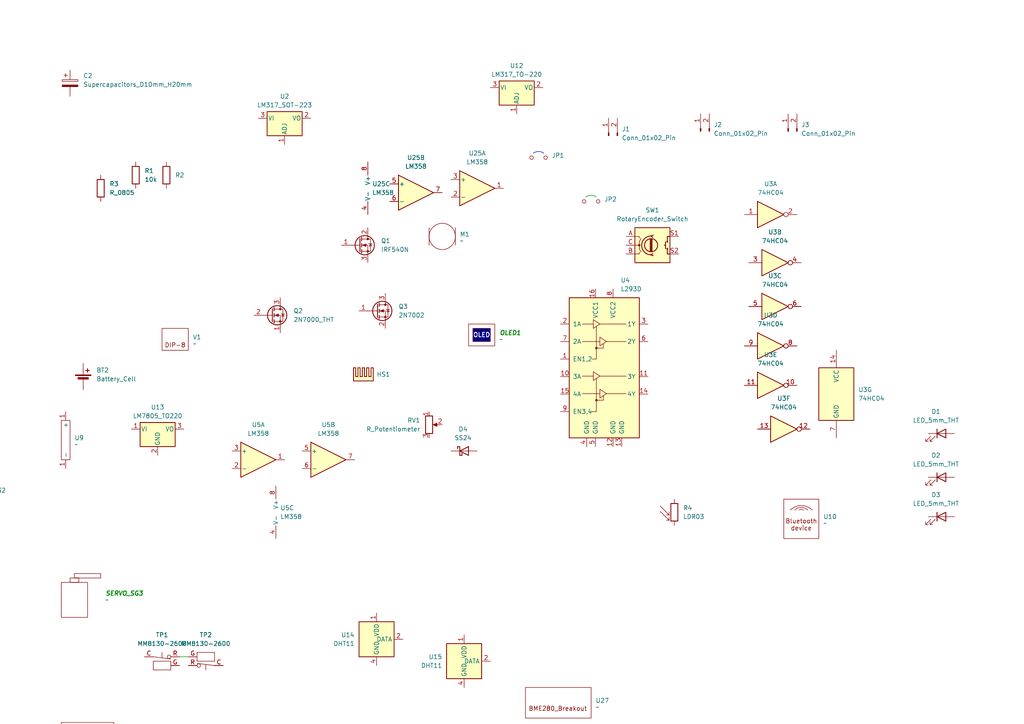
<source format=kicad_sch>
(kicad_sch (version 20231120) (generator "eeschema") (generator_version "8.0")
  (paper "A4")
  (wire (pts (xy 52.07 190.5) (xy 54.61 190.5)))
  (symbol (lib_id "CREPP_Spacers:Spacer_M3_Parametric") (at 243.84 237.49 0) (unit 1)
    (property "Reference" "S4" (at 256.54 237.8737 0) (effects (justify left)))
    (property "Value" "~" (at 256.54 239.7788 0) (effects (justify left)))
    (property "Footprint" "CREPP_Spacers:Spacer_M3_FF_20mm" (effects (hide yes)))
  )
  (symbol (lib_id "Connector:Conn_01x02_Pin") (at 228.6 38.1 90) (unit 1)
    (property "Reference" "J3" (at 232.41 36.1949 90) (effects (justify right)))
    (property "Value" "Conn_01x02_Pin" (at 232.41 38.7349 90) (effects (justify right)))
    (property "Footprint" "Connector_PinHeader_2.54mm:PinHeader_1x02_P2.54mm_Vertical" (effects (hide yes)))
    (property "Description" "Generic connector, single row, 01x02, script generated" (effects (hide yes)))
  )
  (symbol (lib_id "CREPP_Optocoupler:PC817_SMD") (at 116.84 243.84 0) (unit 1)
    (property "Reference" "U6" (at 116.84 234.95 0))
    (property "Value" "PC817_SMD" (at 116.84 237.49 0))
    (property "Footprint" "Package_DIP:SMDIP-4_W9.53mm" (effects (hide yes)))
    (property "Datasheet" "http://www.soselectronic.cz/a_info/resource/d/pc817.pdf" (effects (hide yes)))
    (property "Description" "DC Optocoupler, Vce 35V, CTR 50-300%, SMDIP-4" (effects (hide yes)))
  )
  (symbol (lib_id "CREPP_Diodes_SMT:SS24") (at 134.62 130.81 0) (unit 1)
    (property "Reference" "D4" (at 134.3025 124.46 0))
    (property "Value" "SS24" (at 134.3025 127 0))
    (property "Footprint" "Diode_SMD:D_SMA" (effects (hide yes)))
    (property "Datasheet" "https://www.vishay.com/docs/88748/ss22.pdf" (effects (hide yes)))
    (property "Description" "40V 2A Schottky Diode, SMA" (effects (hide yes)))
  )
  (symbol (lib_id "CREPP_Voltage_regulators_SMT:LM317_SOT-223") (at 82.55 34.29 0) (unit 1)
    (property "Reference" "U2" (at 82.55 27.94 0))
    (property "Value" "LM317_SOT-223" (at 82.55 30.48 0))
    (property "Footprint" "Package_TO_SOT_SMD:SOT-223-3_TabPin2" (effects (hide yes)))
    (property "Datasheet" "http://www.ti.com/lit/ds/symlink/lm317.pdf" (effects (hide yes)))
    (property "Description" "1.5A 35V Adjustable Linear Regulator, SOT-223" (effects (hide yes)))
  )
  (symbol (lib_id "CREPP_Screens:OLED_SSD1306_0.96") (at 139.7 97.79 0) (unit 1)
    (property "Reference" "OLED1" (at 144.78 96.52 0) (effects (font (bold yes) (italic yes)) (justify left)))
    (property "Value" "~" (at 144.78 98.425 0) (effects (justify left)))
    (property "Footprint" "CREPP_Screens:SSD1306_OLED_Display_VIRTUAL_128_64" (effects (hide yes)))
  )
  (symbol (lib_id "CREPP_GNSS:NEO-M8Q ") (at -19.05 33.02 0) (unit 1)
    (property "Reference" "U8" (at -16.8559 55.88 0) (effects (justify left)))
    (property "Value" "NEO-M8Q " (at -16.8559 58.42 0) (effects (justify left)))
    (property "Footprint" "CREPP_GNSS:ublox_NEO" (effects (hide yes)))
    (property "Datasheet" "https://content.u-blox.com/sites/default/files/NEO-M8-FW3_DataSheet_UBX-15031086.pdf" (effects (hide yes)))
    (property "Description" "GNSS Module NEO M8, VCC 2.7V to 3.6V" (effects (hide yes)))
  )
  (symbol (lib_id "CREPP_DIP:DIP-8-Device") (at 50.8 97.79 0) (unit 1)
    (property "Reference" "V1" (at 55.88 97.7899 0) (effects (justify left)))
    (property "Value" "~" (at 55.88 99.695 0) (effects (justify left)))
    (property "Footprint" "CREPP_DIP:DIP-8_W7.62mm" (effects (hide yes)))
  )
  (symbol (lib_id "CREPP_Temperature_sensors:BME280_Breakout") (at 161.29 201.93 0) (unit 1)
    (property "Reference" "U27" (at 172.72 203.1999 0) (effects (justify left)))
    (property "Value" "~" (at 172.72 205.105 0) (effects (justify left)))
    (property "Footprint" "CREPP_Temperature_sensors:BME280_Breakout" (effects (hide yes)))
  )
  (symbol (lib_id "CREPP_AOP_THT:LM358") (at 74.93 133.35 0) (unit 1)
    (property "Reference" "U5" (at 74.93 123.19 0))
    (property "Value" "LM358" (at 74.93 125.73 0))
    (property "Footprint" "Package_DIP:DIP-8_W7.62mm_Socket" (effects (hide yes)))
    (property "Datasheet" "http://www.ti.com/lit/ds/symlink/lm2904-n.pdf" (effects (hide yes)))
    (property "Description" "Low-Power, Dual Operational Amplifiers, DIP-8/SOIC-8/TO-99-8" (effects (hide yes)))
  )
  (symbol (lib_id "CREPP_Jumpers:Jumper_2.54mm_green") (at 171.45 58.42 0) (unit 1) (exclude_from_sim yes)
    (property "Reference" "JP2" (at 175.26 57.7849 0) (effects (justify left)))
    (property "Value" "Jumper_2.54mm_green" (effects (hide yes)))
    (property "Footprint" "CREPP_Jumpers:Jumper_2.54mm_green" (effects (hide yes)))
    (property "Description" "Jumper, 2-pole, open" (effects (hide yes)))
  )
  (symbol (lib_id "CREPP_Buttons_THT:SW_DPST_x2") (at 6.35 242.57 0) (unit 1)
    (property "Reference" "SW4" (at 6.35 236.22 0))
    (property "Value" "SW_DPST_x2" (at 6.35 238.76 0))
    (property "Footprint" "Button_Switch_THT:SW_PUSH_6mm_H4.3mm" (effects (hide yes)))
    (property "Description" "Single Pole Single Throw (SPST) switch, separate symbol" (effects (hide yes)))
  )
  (symbol (lib_id "CREPP_Light_sensors:LDR03") (at 195.58 148.59 0) (unit 1)
    (property "Reference" "R4" (at 198.12 147.3199 0) (effects (justify left)))
    (property "Value" "LDR03" (at 198.12 149.8599 0) (effects (justify left)))
    (property "Footprint" "OptoDevice:R_LDR_7x6mm_P5.1mm_Vertical" (effects (hide yes)))
    (property "Datasheet" "http://www.elektronica-componenten.nl/WebRoot/StoreNL/Shops/61422969/54F1/BA0C/C664/31B9/2173/C0A8/2AB9/2AEF/LDR03IMP.pdf" (effects (hide yes)))
    (property "Description" "light dependent resistor" (effects (hide yes)))
  )
  (symbol (lib_id "CREPP_Logic:74HC04_THT") (at 223.52 62.23 0) (unit 1)
    (property "Reference" "U3" (at 223.52 53.34 0))
    (property "Value" "74HC04" (at 223.52 55.88 0))
    (property "Footprint" "Package_DIP:DIP-14_W7.62mm_Socket" (effects (hide yes)))
    (property "Datasheet" "https://assets.nexperia.com/documents/data-sheet/74HC_HCT04.pdf" (effects (hide yes)))
    (property "Description" "Hex Inverter" (effects (hide yes)))
  )
  (symbol (lib_id "CREPP_Spacers:Spacer_M3_Parametric") (at 243.84 224.79 0) (unit 1)
    (property "Reference" "S2" (at 256.54 225.1737 0) (effects (justify left)))
    (property "Value" "~" (at 256.54 227.0788 0) (effects (justify left)))
    (property "Footprint" "CREPP_Spacers:Spacer_M3_FF_10mm" (effects (hide yes)))
  )
  (symbol (lib_id "CREPP_Transistors_NMOS_CMS:2N7002") (at 109.22 90.17 0) (unit 1)
    (property "Reference" "Q3" (at 115.57 88.8999 0) (effects (justify left)))
    (property "Value" "2N7002" (at 115.57 91.4399 0) (effects (justify left)))
    (property "Footprint" "Package_TO_SOT_SMD:SOT-23" (effects (hide yes)))
    (property "Datasheet" "https://www.onsemi.com/pub/Collateral/NDS7002A-D.PDF" (effects (hide yes)))
    (property "Description" "0.115A Id, 60V Vds, N-Channel MOSFET, SOT-23" (effects (hide yes)))
  )
  (symbol (lib_id "Connector:Conn_01x02_Pin") (at 203.2 38.1 90) (unit 1)
    (property "Reference" "J2" (at 207.01 36.1949 90) (effects (justify right)))
    (property "Value" "Conn_01x02_Pin" (at 207.01 38.7349 90) (effects (justify right)))
    (property "Footprint" "Connector_PinHeader_2.54mm:PinHeader_1x02_P2.54mm_Vertical" (effects (hide yes)))
    (property "Description" "Generic connector, single row, 01x02, script generated" (effects (hide yes)))
  )
  (symbol (lib_id "CREPP_Diodes_THT:1N4148") (at -49.53 97.79 0) (unit 1)
    (property "Reference" "D5" (at -49.53 91.44 0))
    (property "Value" "1N4148" (at -49.53 93.98 0))
    (property "Footprint" "Diode_THT:D_DO-35_SOD27_P7.62mm_Horizontal" (effects (hide yes)))
    (property "Datasheet" "https://assets.nexperia.com/documents/data-sheet/1N4148_1N4448.pdf" (effects (hide yes)))
    (property "Description" "100V 0.15A standard switching diode, DO-35" (effects (hide yes)))
    (property "Sim.Device" "D" (effects (hide yes)))
    (property "Sim.Pins" "1=K 2=A" (effects (hide yes)))
  )
  (symbol (lib_id "CREPP_Logic:74HC04_THT") (at 242.57 114.3 0) (unit 7)
    (property "Reference" "U3" (at 248.92 113.0299 0) (effects (justify left)))
    (property "Value" "74HC04" (at 248.92 115.5699 0) (effects (justify left)))
    (property "Footprint" "Package_DIP:DIP-14_W7.62mm_Socket" (effects (hide yes)))
    (property "Datasheet" "https://assets.nexperia.com/documents/data-sheet/74HC_HCT04.pdf" (effects (hide yes)))
    (property "Description" "Hex Inverter" (effects (hide yes)))
  )
  (symbol (lib_id "CREPP_AOP_SMT:LM358") (at 138.43 54.61 0) (unit 1)
    (property "Reference" "U25" (at 138.43 44.45 0))
    (property "Value" "LM358" (at 138.43 46.99 0))
    (property "Footprint" "Package_SO:SOIC-8_3.9x4.9mm_P1.27mm" (effects (hide yes)))
    (property "Datasheet" "http://www.ti.com/lit/ds/symlink/lm2904-n.pdf" (effects (hide yes)))
    (property "Description" "Low-Power, Dual Operational Amplifiers, DIP-8/SOIC-8/TO-99-8" (effects (hide yes)))
  )
  (symbol (lib_id "CREPP_Connectors_MURATA:MM8130-2600") (at 46.99 191.77 0) (unit 1)
    (property "Reference" "TP1" (at 46.99 184.15 0))
    (property "Value" "MM8130-2600" (at 46.99 186.69 0))
    (property "Footprint" "CREPP_Connectors_MURATA:MM8130-2600" (effects (hide yes)))
    (property "Description" "Subminiature Coaxial Switch testpoint" (effects (hide yes)))
  )
  (symbol (lib_id "CREPP_Connectors_MURATA:MM8130-2600") (at 59.69 191.77 180) (unit 1)
    (property "Reference" "TP2" (at 59.69 184.15 0))
    (property "Value" "MM8130-2600" (at 59.69 186.69 0))
    (property "Footprint" "CREPP_Connectors_MURATA:MM8130-2600" (effects (hide yes)))
    (property "Description" "Subminiature Coaxial Switch testpoint" (effects (hide yes)))
  )
  (symbol (lib_id "CREPP_Spacers:Spacer_M3_Parametric") (at 215.9 237.49 0) (unit 1)
    (property "Reference" "S3" (at 228.6 237.8737 0) (effects (justify left)))
    (property "Value" "~" (at 228.6 239.7788 0) (effects (justify left)))
    (property "Footprint" "CREPP_Spacers:Spacer_M3_FF_15mm" (effects (hide yes)))
  )
  (symbol (lib_id "CREPP_Buttons_SMT:SW_DPST_x2") (at 40.64 241.3 0) (unit 1)
    (property "Reference" "SW3" (at 40.64 234.95 0))
    (property "Value" "SW_DPST_x2" (at 40.64 237.49 0))
    (property "Footprint" "Button_Switch_SMD:SW_SPST_PTS645" (effects (hide yes)))
    (property "Description" "Single Pole Single Throw (SPST) switch, separate symbol" (effects (hide yes)))
  )
  (symbol (lib_id "CREPP_GNSS:MAX-8Q") (at -20.32 82.55 0) (unit 1)
    (property "Reference" "U11" (at -18.1259 100.33 0) (effects (justify left)))
    (property "Value" "MAX-8Q" (at -18.1259 102.87 0) (effects (justify left)))
    (property "Footprint" "CREPP_GNSS:ublox_MAX" (effects (hide yes)))
    (property "Datasheet" "https://www.u-blox.com/sites/default/files/MAX-8_DataSheet_%28UBX-16000093%29.pdf" (effects (hide yes)))
    (property "Description" "GNSS Module M8, VCC 2.7V to 3.6V" (effects (hide yes)))
  )
  (symbol (lib_id "CREPP_Logic:74HC04_THT") (at 227.33 124.46 0) (unit 6)
    (property "Reference" "U3" (at 227.33 115.57 0))
    (property "Value" "74HC04" (at 227.33 118.11 0))
    (property "Footprint" "Package_DIP:DIP-14_W7.62mm_Socket" (effects (hide yes)))
    (property "Datasheet" "https://assets.nexperia.com/documents/data-sheet/74HC_HCT04.pdf" (effects (hide yes)))
    (property "Description" "Hex Inverter" (effects (hide yes)))
  )
  (symbol (lib_id "CREPP_Transistors_NMOS_THT:2N7000_THT") (at 78.74 91.44 0) (unit 1)
    (property "Reference" "Q2" (at 85.09 90.1699 0) (effects (justify left)))
    (property "Value" "2N7000_THT" (at 85.09 92.7099 0) (effects (justify left)))
    (property "Footprint" "Package_TO_SOT_THT:TO-92_Inline" (effects (hide yes)))
    (property "Datasheet" "https://www.vishay.com/docs/70226/70226.pdf" (effects (hide yes)))
    (property "Description" "0.2A Id, 200V Vds, N-Channel MOSFET, 2.6V Logic Level, TO-92" (effects (hide yes)))
  )
  (symbol (lib_id "CREPP_Temperature_sensors:DHT22") (at 134.62 191.77 0) (unit 1)
    (property "Reference" "U15" (at 128.27 190.4999 0) (effects (justify right)))
    (property "Value" "DHT11" (at 128.27 193.0399 0) (effects (justify right)))
    (property "Footprint" "Sensor:Aosong_DHT11_5.5x12.0_P2.54mm" (effects (hide yes)))
    (property "Datasheet" "http://akizukidenshi.com/download/ds/aosong/DHT11.pdf" (effects (hide yes)))
    (property "Description" "3.3V to 5.5V, temperature and humidity module, DHT11" (effects (hide yes)))
  )
  (symbol (lib_id "CREPP_Optocoupler:PC817_THT") (at 132.08 243.84 0) (unit 1)
    (property "Reference" "U7" (at 132.08 234.95 0))
    (property "Value" "PC817_THT" (at 132.08 237.49 0))
    (property "Footprint" "Package_DIP:DIP-4_W7.62mm" (effects (hide yes)))
    (property "Datasheet" "http://www.soselectronic.cz/a_info/resource/d/pc817.pdf" (effects (hide yes)))
    (property "Description" "DC Optocoupler, Vce 35V, CTR 50-300%, DIP-4" (effects (hide yes)))
  )
  (symbol (lib_id "CREPP_Batteries_holders:Battery_Cell") (at 24.13 110.49 0) (unit 1)
    (property "Reference" "BT2" (at 27.94 107.3784 0) (effects (justify left)))
    (property "Value" "Battery_Cell" (at 27.94 109.9184 0) (effects (justify left)))
    (property "Footprint" "CREPP_Batteries_holders:MPD_BC501SM-TR" (effects (hide yes)))
    (property "Description" "Single-cell battery" (effects (hide yes)))
  )
  (symbol (lib_id "CREPP_Buttons_SMT:SW_DPST_x2") (at 40.64 250.19 0) (unit 2)
    (property "Reference" "SW3" (at 40.64 243.84 0))
    (property "Value" "SW_DPST_x2" (at 40.64 246.38 0))
    (property "Footprint" "Button_Switch_SMD:SW_SPST_PTS645" (effects (hide yes)))
    (property "Description" "Single Pole Single Throw (SPST) switch, separate symbol" (effects (hide yes)))
  )
  (symbol (lib_id "CREPP_Logic:74HC04_THT") (at 223.52 111.76 0) (unit 5)
    (property "Reference" "U3" (at 223.52 102.87 0))
    (property "Value" "74HC04" (at 223.52 105.41 0))
    (property "Footprint" "Package_DIP:DIP-14_W7.62mm_Socket" (effects (hide yes)))
    (property "Datasheet" "https://assets.nexperia.com/documents/data-sheet/74HC_HCT04.pdf" (effects (hide yes)))
    (property "Description" "Hex Inverter" (effects (hide yes)))
  )
  (symbol (lib_id "CREPP_RTC:DS3231M") (at 69.85 -22.86 0) (unit 1)
    (property "Reference" "U24" (at 72.0441 -11.43 0) (effects (justify left)))
    (property "Value" "DS3231M" (at 72.0441 -8.89 0) (effects (justify left)))
    (property "Footprint" "Package_SO:SOIC-16W_7.5x10.3mm_P1.27mm" (effects (hide yes)))
    (property "Datasheet" "http://datasheets.maximintegrated.com/en/ds/DS3231.pdf" (effects (hide yes)))
    (property "Description" "Extremely Accurate I2C-Integrated RTC/TCXO/Crystal SOIC-16" (effects (hide yes)))
  )
  (symbol (lib_id "CREPP_AOP_SMT:LM358") (at 109.22 54.61 0) (unit 3)
    (property "Reference" "U25" (at 107.95 53.3399 0) (effects (justify left)))
    (property "Value" "LM358" (at 107.95 55.8799 0) (effects (justify left)))
    (property "Footprint" "Package_SO:SOIC-8_3.9x4.9mm_P1.27mm" (effects (hide yes)))
    (property "Datasheet" "http://www.ti.com/lit/ds/symlink/lm2904-n.pdf" (effects (hide yes)))
    (property "Description" "Low-Power, Dual Operational Amplifiers, DIP-8/SOIC-8/TO-99-8" (effects (hide yes)))
  )
  (symbol (lib_id "CREPP_Resistors:Resistor_THT_250mW (standard)") (at 48.26 50.8 0) (unit 1)
    (property "Reference" "R2" (at 50.8 50.7999 0) (effects (justify left)))
    (property "Value" "10k" (effects (hide yes)))
    (property "Footprint" "Resistor_THT:R_Axial_DIN0207_L6.3mm_D2.5mm_P7.62mm_Horizontal" (effects (hide yes)))
    (property "Description" "Standard resistor - 1/4W - THT version" (effects (hide yes)))
  )
  (symbol (lib_id "CREPP_Resistors:Resistor_THT_500mW ") (at 39.37 50.8 0) (unit 1)
    (property "Reference" "R1" (at 41.91 49.5299 0) (effects (justify left)))
    (property "Value" "10k" (at 41.91 52.0699 0) (effects (justify left)))
    (property "Footprint" "Resistor_THT:R_Axial_DIN0309_L9.0mm_D3.2mm_P12.70mm_Horizontal" (effects (hide yes)))
    (property "Description" "Resistor_THT_500mW" (effects (hide yes)))
  )
  (symbol (lib_id "CREPP_BMS:TP4056") (at -86.36 76.2 0) (unit 1)
    (property "Reference" "U26" (at -86.36 58.42 0))
    (property "Value" "TP4056" (at -86.36 60.96 0))
    (property "Footprint" "CREPP_BMS:SOP127P600X175-9N" (effects (hide yes)))
    (property "MF" "NanJing Top Power ASIC Corp." (effects (hide yes)))
    (property "MAXIMUM_PACKAGE_HEIGHT" "1.75mm" (effects (hide yes)))
    (property "Package" "Package" (effects (hide yes)))
    (property "Price" "None" (effects (hide yes)))
    (property "Check_prices" "https://www.snapeda.com/parts/TP4056/NanJing+Top+Power+ASIC+Corp./view-part/?ref=eda" (effects (hide yes)))
    (property "STANDARD" "IPC 7351B" (effects (hide yes)))
    (property "SnapEDA_Link" "https://www.snapeda.com/parts/TP4056/NanJing+Top+Power+ASIC+Corp./view-part/?ref=snap" (effects (hide yes)))
    (property "MP" "TP4056" (effects (hide yes)))
    (property "Description_1" "\n                        \n                            Complete single cell Li-Ion battery with a constant current / constant voltage linear charger\n                        \n" (effects (hide yes)))
    (property "Availability" "Not in stock" (effects (hide yes)))
    (property "MANUFACTURER" "NanJing Top Power ASIC Corp." (effects (hide yes)))
  )
  (symbol (lib_id "CREPP_Spacers:Spacer_M3_Parametric") (at 215.9 224.79 0) (unit 1)
    (property "Reference" "S1" (at 228.6 225.1737 0) (effects (justify left)))
    (property "Value" "~" (at 228.6 227.0788 0) (effects (justify left)))
    (property "Footprint" "CREPP_Spacers:Spacer_M3_FF_05mm" (effects (hide yes)))
  )
  (symbol (lib_id "CREPP_Filters:Ferrite_BM") (at 82.55 231.14 0) (unit 1)
    (property "Reference" "L1" (at 83.82 229.8699 0) (effects (justify left)))
    (property "Value" "Ferrite_BM" (at 83.82 232.4099 0) (effects (justify left)))
    (property "Footprint" "Inductor_SMD:L_0603_1608Metric" (effects (hide yes)))
    (property "Description" "Inductor" (effects (hide yes)))
  )
  (symbol (lib_id "CREPP_Drivers_Motors:L293D_THT") (at 175.26 109.22 0) (unit 1)
    (property "Reference" "U4" (at 179.9941 81.28 0) (effects (justify left)))
    (property "Value" "L293D" (at 179.9941 83.82 0) (effects (justify left)))
    (property "Footprint" "Package_DIP:DIP-16_W7.62mm_Socket" (effects (hide yes)))
    (property "Datasheet" "http://www.ti.com/lit/ds/symlink/l293.pdf" (effects (hide yes)))
    (property "Description" "Quadruple Half-H Drivers" (effects (hide yes)))
  )
  (symbol (lib_id "CREPP_Buttons_THT:SW_DPST_x2") (at 6.35 251.46 0) (unit 2)
    (property "Reference" "SW4" (at 6.35 245.11 0))
    (property "Value" "SW_DPST_x2" (at 6.35 247.65 0))
    (property "Footprint" "Button_Switch_THT:SW_PUSH_6mm_H4.3mm" (effects (hide yes)))
    (property "Description" "Single Pole Single Throw (SPST) switch, separate symbol" (effects (hide yes)))
  )
  (symbol (lib_id "CREPP_Bluetooth:Bluetooth HC-05 [CREPP_VIRTUAL]") (at 232.41 154.94 0) (unit 1)
    (property "Reference" "U10" (at 238.76 149.8599 0) (effects (justify left)))
    (property "Value" "~" (at 238.76 151.765 0) (effects (justify left)))
  )
  (symbol (lib_id "CREPP_Logic:74HC04_THT") (at 223.52 100.33 0) (unit 4)
    (property "Reference" "U3" (at 223.52 91.44 0))
    (property "Value" "74HC04" (at 223.52 93.98 0))
    (property "Footprint" "Package_DIP:DIP-14_W7.62mm_Socket" (effects (hide yes)))
    (property "Datasheet" "https://assets.nexperia.com/documents/data-sheet/74HC_HCT04.pdf" (effects (hide yes)))
    (property "Description" "Hex Inverter" (effects (hide yes)))
  )
  (symbol (lib_id "CREPP_Capacitors_THT:Supercapacitors_D10mm_H20mm") (at 20.32 24.13 0) (unit 1)
    (property "Reference" "C2" (at 24.13 21.9709 0) (effects (justify left)))
    (property "Value" "Supercapacitors_D10mm_H20mm" (at 24.13 24.5109 0) (effects (justify left)))
    (property "Footprint" "CREPP_Capacitors_THT:C_Radial_D10.0mm_H20.0mm_P5.00mm" (effects (hide yes)))
    (property "Description" "Polarized capacitor" (effects (hide yes)))
  )
  (symbol (lib_id "CREPP_Temperature_sensors:DHT11") (at 109.22 185.42 0) (unit 1)
    (property "Reference" "U14" (at 102.87 184.1499 0) (effects (justify right)))
    (property "Value" "DHT11" (at 102.87 186.6899 0) (effects (justify right)))
    (property "Footprint" "Sensor:Aosong_DHT11_5.5x12.0_P2.54mm" (effects (hide yes)))
    (property "Datasheet" "http://akizukidenshi.com/download/ds/aosong/DHT11.pdf" (effects (hide yes)))
    (property "Description" "3.3V to 5.5V, temperature and humidity module, DHT11" (effects (hide yes)))
  )
  (symbol (lib_id "CREPP_Logic:74HC04_THT") (at 224.79 88.9 0) (unit 3)
    (property "Reference" "U3" (at 224.79 80.01 0))
    (property "Value" "74HC04" (at 224.79 82.55 0))
    (property "Footprint" "Package_DIP:DIP-14_W7.62mm_Socket" (effects (hide yes)))
    (property "Datasheet" "https://assets.nexperia.com/documents/data-sheet/74HC_HCT04.pdf" (effects (hide yes)))
    (property "Description" "Hex Inverter" (effects (hide yes)))
  )
  (symbol (lib_id "CREPP_Jumpers:Jumper_2.54mm_blue") (at 156.21 45.72 0) (unit 1) (exclude_from_sim yes)
    (property "Reference" "JP1" (at 160.02 45.0849 0) (effects (justify left)))
    (property "Value" "Jumper_2.54mm_blue" (effects (hide yes)))
    (property "Footprint" "CREPP_Jumpers:Jumper_2.54mm_blue" (effects (hide yes)))
    (property "Description" "Jumper, 2-pole, open" (effects (hide yes)))
  )
  (symbol (lib_id "CREPP_Motors:Motor_3V_6V") (at 128.27 68.58 0) (unit 1)
    (property "Reference" "M1" (at 133.35 67.9449 0) (effects (justify left)))
    (property "Value" "~" (at 133.35 69.85 0) (effects (justify left)))
  )
  (symbol (lib_id "CREPP_Joysticks:COM-09032_JOYSTICK") (at -20.32 139.7 0) (unit 1)
    (property "Reference" "U1" (at -10.16 139.6999 0) (effects (justify left)))
    (property "Value" "COM-09032" (at -10.16 142.2399 0) (effects (justify left)))
    (property "Footprint" "CREPP_Joysticks_SW:XDCR_COM-09032" (effects (hide yes)))
    (property "MF" "SparkFun Electronics" (effects (hide yes)))
    (property "MAXIMUM_PACKAGE_HEIGHT" "30.1mm" (effects (hide yes)))
    (property "Package" "Package" (effects (hide yes)))
    (property "Price" "None" (effects (hide yes)))
    (property "Check_prices" "https://www.snapeda.com/parts/COM-09032/SparkFun/view-part/?ref=eda" (effects (hide yes)))
    (property "STANDARD" "Manufacturer Recommendations" (effects (hide yes)))
    (property "PARTREV" "N/A" (effects (hide yes)))
    (property "SnapEDA_Link" "https://www.snapeda.com/parts/COM-09032/SparkFun/view-part/?ref=snap" (effects (hide yes)))
    (property "MP" "COM-09032" (effects (hide yes)))
    (property "Description_1" "\n                        \n                            Joystick, 2 - Axis Analog (Resistive) Output\n                        \n" (effects (hide yes)))
    (property "Availability" "In Stock" (effects (hide yes)))
    (property "MANUFACTURER" "SparkFun Electronics" (effects (hide yes)))
  )
  (symbol (lib_id "CREPP_RTC:DS1307+") (at 104.14 -22.86 0) (unit 1)
    (property "Reference" "U23" (at 120.65 -29.1786 0))
    (property "Value" "DS1307+" (at 120.65 -26.6386 0))
    (property "Footprint" "Package_DIP:DIP-8_W7.62mm_Socket" (effects (hide yes)))
    (property "Datasheet" "https://datasheets.maximintegrated.com/en/ds/DS1307.pdf" (effects (hide yes)))
    (property "Description" "64 x 8, Serial, I2C Real-time clock, 4.5V to 5.5V VCC, 0°C to +70°C, DIP-8" (effects (hide yes)))
  )
  (symbol (lib_id "CREPP_Voltage_regulators_THT:LM317_TO-220") (at 149.86 25.4 0) (unit 1)
    (property "Reference" "U12" (at 149.86 19.05 0))
    (property "Value" "LM317_TO-220" (at 149.86 21.59 0))
    (property "Footprint" "Package_TO_SOT_THT:TO-220-3_Vertical" (effects (hide yes)))
    (property "Datasheet" "http://www.ti.com/lit/ds/symlink/lm317.pdf" (effects (hide yes)))
    (property "Description" "1.5A 35V Adjustable Linear Regulator, TO-220" (effects (hide yes)))
  )
  (symbol (lib_id "CREPP_RotaryEncoders:RotaryEncoder_Switch") (at 189.23 71.12 0) (unit 1)
    (property "Reference" "SW1" (at 189.23 60.96 0))
    (property "Value" "RotaryEncoder_Switch" (at 189.23 63.5 0))
    (property "Footprint" "CREPP_RotaryEncoders:RotaryEncoder" (effects (hide yes)))
    (property "Description" "Rotary encoder, dual channel, incremental quadrate outputs, with switch" (effects (hide yes)))
  )
  (symbol (lib_id "CREPP_Servomotors:Servomotor_SG90") (at 21.59 175.26 0) (unit 1) (exclude_from_sim yes)
    (property "Reference" "SERVO_SG3" (at 30.48 172.085 0) (effects (font (bold yes) (italic yes)) (justify left)))
    (property "Value" "~" (at 30.48 173.99 0) (effects (justify left)))
    (property "Footprint" "CREPP_Servo:SG90_Servo" (effects (hide yes)))
    (property "Datasheet" "https://www.friendlywire.com/projects/ne555-servo-safe/SG90-datasheet.pdf" (effects (hide yes)))
  )
  (symbol (lib_id "Connector:Conn_01x02_Pin") (at 176.53 39.37 90) (unit 1)
    (property "Reference" "J1" (at 180.34 37.4649 90) (effects (justify right)))
    (property "Value" "Conn_01x02_Pin" (at 180.34 40.0049 90) (effects (justify right)))
    (property "Footprint" "Connector_PinHeader_2.54mm:PinHeader_1x02_P2.54mm_Vertical" (effects (hide yes)))
    (property "Description" "Generic connector, single row, 01x02, script generated" (effects (hide yes)))
  )
  (symbol (lib_id "CREPP_LED:LED_0805_CMS") (at 273.05 149.86 0) (unit 1)
    (property "Reference" "D3" (at 271.4625 143.51 0))
    (property "Value" "LED_5mm_THT" (at 271.4625 146.05 0))
    (property "Footprint" "LED_SMD:LED_0805_2012Metric" (effects (hide yes)))
    (property "Description" "Light emitting diode" (effects (hide yes)))
  )
  (symbol (lib_id "CREPP_Sensors:HC-SR04") (at 25.4 213.36 0) (unit 1) (exclude_from_sim yes)
    (property "Reference" "S5" (at 34.29 212.7249 0) (effects (justify left)))
    (property "Value" "~" (at 34.29 214.63 0) (effects (justify left)))
    (property "Footprint" "CREPP_Sensors_distance:HC-SR04" (effects (hide yes)))
    (property "Datasheet" "https://www.handsontec.com/dataspecs/HC-SR04-Ultrasonic.pdf" (effects (hide yes)))
  )
  (symbol (lib_id "CREPP_Voltage_regulators_THT:LM7805_TO220") (at 45.72 124.46 0) (unit 1)
    (property "Reference" "U13" (at 45.72 118.11 0))
    (property "Value" "LM7805_TO220" (at 45.72 120.65 0))
    (property "Footprint" "Package_TO_SOT_THT:TO-220-3_Vertical" (effects (hide yes)))
    (property "Datasheet" "https://www.onsemi.cn/PowerSolutions/document/MC7800-D.PDF" (effects (hide yes)))
    (property "Description" "Positive 1A 35V Linear Regulator, Fixed Output 5V, TO-220" (effects (hide yes)))
  )
  (symbol (lib_id "CREPP_Potentiometers_THT:R_Potentiometer") (at 124.46 123.19 0) (unit 1)
    (property "Reference" "RV1" (at 121.92 121.9199 0) (effects (justify right)))
    (property "Value" "R_Potentiometer" (at 121.92 124.4599 0) (effects (justify right)))
    (property "Footprint" "Potentiometer_THT:Potentiometer_Alps_RK163_Single_Horizontal" (effects (hide yes)))
    (property "Description" "Potentiometer" (effects (hide yes)))
  )
  (symbol (lib_id "Transistor_FET:IRF540N") (at 104.14 71.12 0) (unit 1)
    (property "Reference" "Q1" (at 110.49 69.8499 0) (effects (justify left)))
    (property "Value" "IRF540N" (at 110.49 72.3899 0) (effects (justify left)))
    (property "Footprint" "Package_TO_SOT_THT:TO-220-3_Vertical" (effects (hide yes)))
    (property "Datasheet" "http://www.irf.com/product-info/datasheets/data/irf540n.pdf" (effects (hide yes)))
    (property "Description" "33A Id, 100V Vds, HEXFET N-Channel MOSFET, TO-220" (effects (hide yes)))
  )
  (symbol (lib_id "CREPP_LED:LED_5mm_THT") (at 273.05 138.43 0) (unit 1)
    (property "Reference" "D2" (at 271.4625 132.08 0))
    (property "Value" "LED_5mm_THT" (at 271.4625 134.62 0))
    (property "Footprint" "LED_THT:LED_D5.0mm" (effects (hide yes)))
    (property "Description" "Light emitting diode" (effects (hide yes)))
  )
  (symbol (lib_id "CREPP_Heatsinks:Heatsink") (at 105.41 110.49 0) (unit 1) (exclude_from_sim yes)
    (property "Reference" "HS1" (at 109.22 108.5849 0) (effects (justify left)))
    (property "Value" "Heatsink [CREPP]" (effects (hide yes)))
    (property "Footprint" "CREPP_Heatsinks:HeastSink_MOSFET_15mm_10mm_20mm" (effects (hide yes)))
    (property "Description" "Heatsink" (effects (hide yes)))
  )
  (symbol (lib_id "CREPP_Connectors_USB_C:USB_C_Receptacle") (at 336.55 168.91 0) (unit 1)
    (property "Reference" "J11" (at 336.55 135.89 0))
    (property "Value" "USB_C_Receptacle" (at 336.55 138.43 0))
    (property "Footprint" "CREPP_Connectors_USB:USB_C_Receptacle_GCT_USB4085" (effects (hide yes)))
    (property "Datasheet" "https://www.usb.org/sites/default/files/documents/usb_type-c.zip" (effects (hide yes)))
    (property "Description" "USB Full-Featured Type-C Receptacle connector" (effects (hide yes)))
  )
  (symbol (lib_id "CREPP_Resistors:R_0805") (at 29.21 54.61 0) (unit 1)
    (property "Reference" "R3" (at 31.75 53.3399 0) (effects (justify left)))
    (property "Value" "R_0805" (at 31.75 55.8799 0) (effects (justify left)))
    (property "Footprint" "Resistor_SMD:R_0805_2012Metric" (effects (hide yes)))
    (property "Description" "Resistor" (effects (hide yes)))
  )
  (symbol (lib_id "CREPP_Batteries_holders:BK-18650-PC2_18650_Holder_THT") (at 19.05 124.46 0) (unit 1)
    (property "Reference" "U9" (at 21.59 126.9999 0) (effects (justify left)))
    (property "Value" "~" (at 21.59 128.905 0) (effects (justify left)))
    (property "Footprint" "CREPP_Batteries_holders:BK-18650" (effects (hide yes)))
  )
  (symbol (lib_id "CREPP_AOP_SMT:LM358") (at 120.65 55.88 0) (unit 2)
    (property "Reference" "U25" (at 120.65 45.72 0))
    (property "Value" "LM358" (at 120.65 48.26 0))
    (property "Footprint" "Package_SO:SOIC-8_3.9x4.9mm_P1.27mm" (effects (hide yes)))
    (property "Datasheet" "http://www.ti.com/lit/ds/symlink/lm2904-n.pdf" (effects (hide yes)))
    (property "Description" "Low-Power, Dual Operational Amplifiers, DIP-8/SOIC-8/TO-99-8" (effects (hide yes)))
  )
  (symbol (lib_id "CREPP_LED:LED_0603_CMS") (at 273.05 125.73 0) (unit 1)
    (property "Reference" "D1" (at 271.4625 119.38 0))
    (property "Value" "LED_5mm_THT" (at 271.4625 121.92 0))
    (property "Footprint" "LED_SMD:LED_0603_1608Metric" (effects (hide yes)))
    (property "Description" "Light emitting diode" (effects (hide yes)))
  )
  (symbol (lib_id "CREPP_Accelerometers:MPU-6050") (at -59.69 121.92 0) (unit 1)
    (property "Reference" "U22" (at -57.4959 138.43 0) (effects (justify left)))
    (property "Value" "MPU-6050" (at -57.4959 140.97 0) (effects (justify left)))
    (property "Footprint" "Sensor_Motion:InvenSense_QFN-24_4x4mm_P0.5mm" (effects (hide yes)))
    (property "Datasheet" "https://invensense.tdk.com/wp-content/uploads/2015/02/MPU-6000-Datasheet1.pdf" (effects (hide yes)))
    (property "Description" "InvenSense 6-Axis Motion Sensor, Gyroscope, Accelerometer, I2C" (effects (hide yes)))
  )
  (symbol (lib_id "CREPP_AOP_THT:LM358") (at 82.55 148.59 0) (unit 3)
    (property "Reference" "U5" (at 81.28 147.3199 0) (effects (justify left)))
    (property "Value" "LM358" (at 81.28 149.8599 0) (effects (justify left)))
    (property "Footprint" "Package_DIP:DIP-8_W7.62mm_Socket" (effects (hide yes)))
    (property "Datasheet" "http://www.ti.com/lit/ds/symlink/lm2904-n.pdf" (effects (hide yes)))
    (property "Description" "Low-Power, Dual Operational Amplifiers, DIP-8/SOIC-8/TO-99-8" (effects (hide yes)))
  )
  (symbol (lib_id "CREPP_Logic:74HC04_THT") (at 224.79 76.2 0) (unit 2)
    (property "Reference" "U3" (at 224.79 67.31 0))
    (property "Value" "74HC04" (at 224.79 69.85 0))
    (property "Footprint" "Package_DIP:DIP-14_W7.62mm_Socket" (effects (hide yes)))
    (property "Datasheet" "https://assets.nexperia.com/documents/data-sheet/74HC_HCT04.pdf" (effects (hide yes)))
    (property "Description" "Hex Inverter" (effects (hide yes)))
  )
  (symbol (lib_id "CREPP_AOP_THT:LM358") (at 95.25 133.35 0) (unit 2)
    (property "Reference" "U5" (at 95.25 123.19 0))
    (property "Value" "LM358" (at 95.25 125.73 0))
    (property "Footprint" "Package_DIP:DIP-8_W7.62mm_Socket" (effects (hide yes)))
    (property "Datasheet" "http://www.ti.com/lit/ds/symlink/lm2904-n.pdf" (effects (hide yes)))
    (property "Description" "Low-Power, Dual Operational Amplifiers, DIP-8/SOIC-8/TO-99-8" (effects (hide yes)))
  )
  (sheet (at 177.8 287.02) (size 27.94 26.67) (stroke (width 0.1524))
    (property "Sheetname" "Connectors" (at 177.8 286.3084 0) (effects (justify left bottom)))
    (property "Sheetfile" "Modules/Connectors.kicad_sch" (at 177.8 314.2746 0) (effects (justify left top)))
  )
  (sheet (at 142.24 288.29) (size 30.48 25.4) (stroke (width 0.1524))
    (property "Sheetname" "MCU" (at 142.24 287.5784 0) (effects (justify left bottom)))
    (property "Sheetfile" "Modules/MCU.kicad_sch" (at 142.24 314.2746 0) (effects (justify left top)))
  )
)
</source>
